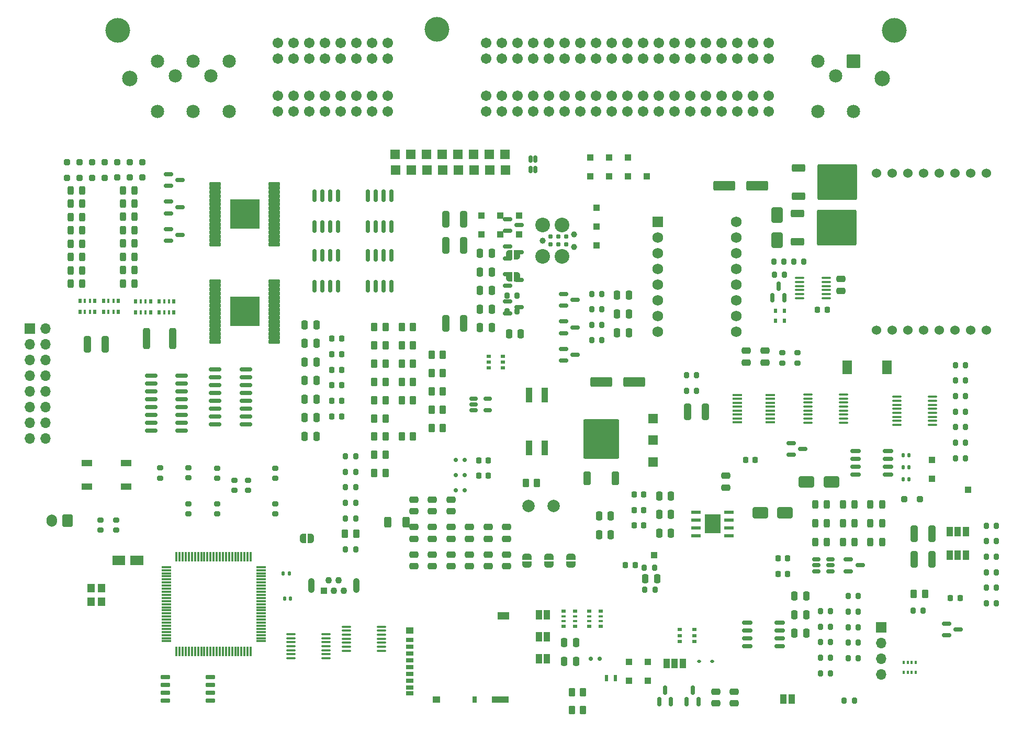
<source format=gbr>
%TF.GenerationSoftware,KiCad,Pcbnew,7.0.8-1.fc38*%
%TF.CreationDate,2023-10-16T01:27:14-03:00*%
%TF.ProjectId,OpenEFI_rev4,4f70656e-4546-4495-9f72-6576342e6b69,v4*%
%TF.SameCoordinates,Original*%
%TF.FileFunction,Soldermask,Top*%
%TF.FilePolarity,Negative*%
%FSLAX46Y46*%
G04 Gerber Fmt 4.6, Leading zero omitted, Abs format (unit mm)*
G04 Created by KiCad (PCBNEW 7.0.8-1.fc38) date 2023-10-16 01:27:14*
%MOMM*%
%LPD*%
G01*
G04 APERTURE LIST*
G04 Aperture macros list*
%AMRoundRect*
0 Rectangle with rounded corners*
0 $1 Rounding radius*
0 $2 $3 $4 $5 $6 $7 $8 $9 X,Y pos of 4 corners*
0 Add a 4 corners polygon primitive as box body*
4,1,4,$2,$3,$4,$5,$6,$7,$8,$9,$2,$3,0*
0 Add four circle primitives for the rounded corners*
1,1,$1+$1,$2,$3*
1,1,$1+$1,$4,$5*
1,1,$1+$1,$6,$7*
1,1,$1+$1,$8,$9*
0 Add four rect primitives between the rounded corners*
20,1,$1+$1,$2,$3,$4,$5,0*
20,1,$1+$1,$4,$5,$6,$7,0*
20,1,$1+$1,$6,$7,$8,$9,0*
20,1,$1+$1,$8,$9,$2,$3,0*%
%AMFreePoly0*
4,1,19,0.500000,-0.750000,0.000000,-0.750000,0.000000,-0.744911,-0.071157,-0.744911,-0.207708,-0.704816,-0.327430,-0.627875,-0.420627,-0.520320,-0.479746,-0.390866,-0.500000,-0.250000,-0.500000,0.250000,-0.479746,0.390866,-0.420627,0.520320,-0.327430,0.627875,-0.207708,0.704816,-0.071157,0.744911,0.000000,0.744911,0.000000,0.750000,0.500000,0.750000,0.500000,-0.750000,0.500000,-0.750000,
$1*%
%AMFreePoly1*
4,1,19,0.000000,0.744911,0.071157,0.744911,0.207708,0.704816,0.327430,0.627875,0.420627,0.520320,0.479746,0.390866,0.500000,0.250000,0.500000,-0.250000,0.479746,-0.390866,0.420627,-0.520320,0.327430,-0.627875,0.207708,-0.704816,0.071157,-0.744911,0.000000,-0.744911,0.000000,-0.750000,-0.500000,-0.750000,-0.500000,0.750000,0.000000,0.750000,0.000000,0.744911,0.000000,0.744911,
$1*%
%AMFreePoly2*
4,1,6,1.000000,0.000000,0.500000,-0.750000,-0.500000,-0.750000,-0.500000,0.750000,0.500000,0.750000,1.000000,0.000000,1.000000,0.000000,$1*%
G04 Aperture macros list end*
%ADD10R,0.700000X0.510000*%
%ADD11R,1.500000X2.200000*%
%ADD12RoundRect,0.250000X0.350000X-0.850000X0.350000X0.850000X-0.350000X0.850000X-0.350000X-0.850000X0*%
%ADD13RoundRect,0.249997X2.650003X-2.950003X2.650003X2.950003X-2.650003X2.950003X-2.650003X-2.950003X0*%
%ADD14R,1.550000X0.600000*%
%ADD15R,2.600000X3.100000*%
%ADD16RoundRect,0.200000X0.275000X-0.200000X0.275000X0.200000X-0.275000X0.200000X-0.275000X-0.200000X0*%
%ADD17RoundRect,0.250000X-1.000000X-0.650000X1.000000X-0.650000X1.000000X0.650000X-1.000000X0.650000X0*%
%ADD18RoundRect,0.250000X0.475000X-0.250000X0.475000X0.250000X-0.475000X0.250000X-0.475000X-0.250000X0*%
%ADD19RoundRect,0.250000X-1.500000X-0.550000X1.500000X-0.550000X1.500000X0.550000X-1.500000X0.550000X0*%
%ADD20RoundRect,0.225000X-0.225000X-0.250000X0.225000X-0.250000X0.225000X0.250000X-0.225000X0.250000X0*%
%ADD21RoundRect,0.243750X-0.243750X-0.456250X0.243750X-0.456250X0.243750X0.456250X-0.243750X0.456250X0*%
%ADD22RoundRect,0.250000X-0.262500X-0.450000X0.262500X-0.450000X0.262500X0.450000X-0.262500X0.450000X0*%
%ADD23RoundRect,0.150000X0.150000X-0.825000X0.150000X0.825000X-0.150000X0.825000X-0.150000X-0.825000X0*%
%ADD24RoundRect,0.200000X-0.200000X-0.275000X0.200000X-0.275000X0.200000X0.275000X-0.200000X0.275000X0*%
%ADD25R,0.600000X0.700000*%
%ADD26RoundRect,0.250000X-0.250000X0.250000X-0.250000X-0.250000X0.250000X-0.250000X0.250000X0.250000X0*%
%ADD27R,1.700000X1.700000*%
%ADD28O,1.700000X1.700000*%
%ADD29RoundRect,0.140000X-0.140000X-0.170000X0.140000X-0.170000X0.140000X0.170000X-0.140000X0.170000X0*%
%ADD30RoundRect,0.250000X-0.650000X1.000000X-0.650000X-1.000000X0.650000X-1.000000X0.650000X1.000000X0*%
%ADD31R,1.500000X1.500000*%
%ADD32RoundRect,0.150000X-0.587500X-0.150000X0.587500X-0.150000X0.587500X0.150000X-0.587500X0.150000X0*%
%ADD33RoundRect,0.250000X-0.312500X-1.075000X0.312500X-1.075000X0.312500X1.075000X-0.312500X1.075000X0*%
%ADD34RoundRect,0.150000X0.150000X-0.587500X0.150000X0.587500X-0.150000X0.587500X-0.150000X-0.587500X0*%
%ADD35RoundRect,0.250000X-0.850000X-0.350000X0.850000X-0.350000X0.850000X0.350000X-0.850000X0.350000X0*%
%ADD36RoundRect,0.249997X-2.950003X-2.650003X2.950003X-2.650003X2.950003X2.650003X-2.950003X2.650003X0*%
%ADD37R,1.000000X1.000000*%
%ADD38RoundRect,0.250000X-0.250000X-0.475000X0.250000X-0.475000X0.250000X0.475000X-0.250000X0.475000X0*%
%ADD39FreePoly0,90.000000*%
%ADD40FreePoly1,90.000000*%
%ADD41RoundRect,0.150000X0.150000X0.200000X-0.150000X0.200000X-0.150000X-0.200000X0.150000X-0.200000X0*%
%ADD42R,0.500000X0.800000*%
%ADD43R,0.400000X0.800000*%
%ADD44R,1.600000X0.410000*%
%ADD45C,4.000000*%
%ADD46C,2.500000*%
%ADD47RoundRect,0.102000X0.975000X0.975000X-0.975000X0.975000X-0.975000X-0.975000X0.975000X-0.975000X0*%
%ADD48C,2.154000*%
%ADD49C,1.712000*%
%ADD50R,1.100000X1.100000*%
%ADD51C,1.100000*%
%ADD52O,1.100000X2.400000*%
%ADD53R,1.000000X1.500000*%
%ADD54R,0.800000X0.500000*%
%ADD55R,0.800000X0.400000*%
%ADD56R,1.120000X2.440000*%
%ADD57RoundRect,0.100000X-0.625000X-0.100000X0.625000X-0.100000X0.625000X0.100000X-0.625000X0.100000X0*%
%ADD58C,2.000000*%
%ADD59R,0.350000X0.500000*%
%ADD60RoundRect,0.100000X-0.637500X-0.100000X0.637500X-0.100000X0.637500X0.100000X-0.637500X0.100000X0*%
%ADD61FreePoly0,0.000000*%
%ADD62FreePoly1,0.000000*%
%ADD63RoundRect,0.250000X0.600000X0.750000X-0.600000X0.750000X-0.600000X-0.750000X0.600000X-0.750000X0*%
%ADD64O,1.700000X2.000000*%
%ADD65RoundRect,0.250000X-0.312500X-0.625000X0.312500X-0.625000X0.312500X0.625000X-0.312500X0.625000X0*%
%ADD66R,1.200000X1.400000*%
%ADD67RoundRect,0.075000X-0.725000X-0.075000X0.725000X-0.075000X0.725000X0.075000X-0.725000X0.075000X0*%
%ADD68RoundRect,0.075000X-0.075000X-0.725000X0.075000X-0.725000X0.075000X0.725000X-0.075000X0.725000X0*%
%ADD69C,1.524000*%
%ADD70RoundRect,0.225000X0.225000X0.250000X-0.225000X0.250000X-0.225000X-0.250000X0.225000X-0.250000X0*%
%ADD71RoundRect,0.250000X-0.312500X-1.450000X0.312500X-1.450000X0.312500X1.450000X-0.312500X1.450000X0*%
%ADD72RoundRect,0.102000X-0.800000X-0.240000X0.800000X-0.240000X0.800000X0.240000X-0.800000X0.240000X0*%
%ADD73RoundRect,0.102000X-2.300000X-2.300000X2.300000X-2.300000X2.300000X2.300000X-2.300000X2.300000X0*%
%ADD74RoundRect,0.150000X-0.850000X-0.150000X0.850000X-0.150000X0.850000X0.150000X-0.850000X0.150000X0*%
%ADD75RoundRect,0.200000X-0.275000X0.200000X-0.275000X-0.200000X0.275000X-0.200000X0.275000X0.200000X0*%
%ADD76R,0.600000X1.100000*%
%ADD77RoundRect,0.200000X0.200000X0.275000X-0.200000X0.275000X-0.200000X-0.275000X0.200000X-0.275000X0*%
%ADD78RoundRect,0.250000X-0.250000X-0.250000X0.250000X-0.250000X0.250000X0.250000X-0.250000X0.250000X0*%
%ADD79RoundRect,0.112500X-0.187500X-0.112500X0.187500X-0.112500X0.187500X0.112500X-0.187500X0.112500X0*%
%ADD80R,1.200000X0.700000*%
%ADD81R,0.800000X1.000000*%
%ADD82R,1.200000X1.000000*%
%ADD83R,2.800000X1.000000*%
%ADD84R,1.900000X1.300000*%
%ADD85RoundRect,0.150000X-0.512500X-0.150000X0.512500X-0.150000X0.512500X0.150000X-0.512500X0.150000X0*%
%ADD86RoundRect,0.102000X-0.765000X-0.765000X0.765000X-0.765000X0.765000X0.765000X-0.765000X0.765000X0*%
%ADD87C,1.734000*%
%ADD88RoundRect,0.150000X-0.675000X-0.150000X0.675000X-0.150000X0.675000X0.150000X-0.675000X0.150000X0*%
%ADD89RoundRect,0.102000X0.200000X-0.450000X0.200000X0.450000X-0.200000X0.450000X-0.200000X-0.450000X0*%
%ADD90FreePoly2,0.000000*%
%ADD91FreePoly2,180.000000*%
%ADD92R,1.700000X1.000000*%
%ADD93C,2.374900*%
%ADD94C,0.990600*%
%ADD95C,0.787400*%
%ADD96RoundRect,0.250000X-0.475000X0.250000X-0.475000X-0.250000X0.475000X-0.250000X0.475000X0.250000X0*%
%ADD97RoundRect,0.150000X-0.650000X-0.150000X0.650000X-0.150000X0.650000X0.150000X-0.650000X0.150000X0*%
%ADD98RoundRect,0.150000X-0.825000X-0.150000X0.825000X-0.150000X0.825000X0.150000X-0.825000X0.150000X0*%
G04 APERTURE END LIST*
D10*
%TO.C,Q20*%
X128998000Y-100766800D03*
X128998000Y-101716800D03*
X128998000Y-102666800D03*
X131318000Y-102666800D03*
X131318000Y-101716800D03*
X131318000Y-100766800D03*
%TD*%
D11*
%TO.C,L1*%
X186993300Y-102567600D03*
X193393300Y-102567600D03*
%TD*%
D12*
%TO.C,U17*%
X144885700Y-120460000D03*
X149445700Y-120460000D03*
D13*
X147165700Y-114160000D03*
%TD*%
D14*
%TO.C,U16*%
X162499700Y-125961000D03*
X162499700Y-127231000D03*
X162499700Y-128501000D03*
X162499700Y-129771000D03*
X167899700Y-129771000D03*
X167899700Y-128501000D03*
X167899700Y-127231000D03*
X167899700Y-125961000D03*
D15*
X165199700Y-127866000D03*
%TD*%
D16*
%TO.C,R70*%
X178966500Y-101868600D03*
X178966500Y-100218600D03*
%TD*%
%TO.C,R68*%
X176456500Y-101868600D03*
X176456500Y-100218600D03*
%TD*%
D10*
%TO.C,Q10*%
X159924900Y-145000800D03*
X159924900Y-145950800D03*
X159924900Y-146900800D03*
X162244900Y-146900800D03*
X162244900Y-145950800D03*
X162244900Y-145000800D03*
%TD*%
D17*
%TO.C,D26*%
X172902500Y-126088000D03*
X176902500Y-126088000D03*
%TD*%
D18*
%TO.C,C64*%
X173696500Y-101773600D03*
X173696500Y-99873600D03*
%TD*%
D19*
%TO.C,C63*%
X147158100Y-104955200D03*
X152558100Y-104955200D03*
%TD*%
D18*
%TO.C,C62*%
X170686500Y-101773600D03*
X170686500Y-99873600D03*
%TD*%
D20*
%TO.C,C46*%
X152523900Y-125630000D03*
X154073900Y-125630000D03*
%TD*%
D19*
%TO.C,C42*%
X167071700Y-73205200D03*
X172471700Y-73205200D03*
%TD*%
D21*
%TO.C,D16*%
X69825000Y-76050000D03*
X71700000Y-76050000D03*
%TD*%
D22*
%TO.C,R67*%
X114900000Y-107865200D03*
X116725000Y-107865200D03*
%TD*%
D23*
%TO.C,U29*%
X109446700Y-79744200D03*
X110716700Y-79744200D03*
X111986700Y-79744200D03*
X113256700Y-79744200D03*
X113256700Y-74794200D03*
X111986700Y-74794200D03*
X110716700Y-74794200D03*
X109446700Y-74794200D03*
%TD*%
D22*
%TO.C,R61*%
X114900000Y-96065200D03*
X116725000Y-96065200D03*
%TD*%
D24*
%TO.C,R20*%
X160983900Y-103860400D03*
X162633900Y-103860400D03*
%TD*%
%TO.C,R12*%
X187133100Y-144588400D03*
X188783100Y-144588400D03*
%TD*%
D25*
%TO.C,D2*%
X175417700Y-93398200D03*
X176817700Y-93398200D03*
%TD*%
D26*
%TO.C,D64*%
X72932400Y-69339000D03*
X72932400Y-71839000D03*
%TD*%
D21*
%TO.C,D63*%
X61326900Y-76050000D03*
X63201900Y-76050000D03*
%TD*%
D27*
%TO.C,J4*%
X54709700Y-96319200D03*
D28*
X57249700Y-96319200D03*
X54709700Y-98859200D03*
X57249700Y-98859200D03*
X54709700Y-101399200D03*
X57249700Y-101399200D03*
X54709700Y-103939200D03*
X57249700Y-103939200D03*
X54709700Y-106479200D03*
X57249700Y-106479200D03*
X54709700Y-109019200D03*
X57249700Y-109019200D03*
X54709700Y-111559200D03*
X57249700Y-111559200D03*
X54709700Y-114099200D03*
X57249700Y-114099200D03*
%TD*%
D16*
%TO.C,R4*%
X80415700Y-126281200D03*
X80415700Y-124631200D03*
%TD*%
D21*
%TO.C,D73*%
X61356900Y-86845000D03*
X63231900Y-86845000D03*
%TD*%
D29*
%TO.C,C27*%
X95756100Y-135892400D03*
X96716100Y-135892400D03*
%TD*%
D24*
%TO.C,R37*%
X204506700Y-109718800D03*
X206156700Y-109718800D03*
%TD*%
D30*
%TO.C,D4*%
X175613700Y-77936200D03*
X175613700Y-81936200D03*
%TD*%
D20*
%TO.C,C61*%
X127391500Y-120093600D03*
X128941500Y-120093600D03*
%TD*%
D24*
%TO.C,R8*%
X204506700Y-102188800D03*
X206156700Y-102188800D03*
%TD*%
D31*
%TO.C,TP33*%
X116391700Y-68125200D03*
%TD*%
D32*
%TO.C,Q14*%
X77140200Y-71280000D03*
X77140200Y-73180000D03*
X79015200Y-72230000D03*
%TD*%
D24*
%TO.C,R77*%
X209485100Y-138210800D03*
X211135100Y-138210800D03*
%TD*%
D33*
%TO.C,R71*%
X197798400Y-129439600D03*
X200723400Y-129439600D03*
%TD*%
D24*
%TO.C,R80*%
X145666700Y-93168800D03*
X147316700Y-93168800D03*
%TD*%
D22*
%TO.C,R58*%
X105716700Y-129491600D03*
X107541700Y-129491600D03*
%TD*%
D26*
%TO.C,D74*%
X62772400Y-69364400D03*
X62772400Y-71864400D03*
%TD*%
D22*
%TO.C,R52*%
X119735600Y-112342000D03*
X121560600Y-112342000D03*
%TD*%
D16*
%TO.C,R27*%
X85015700Y-120506200D03*
X85015700Y-118856200D03*
%TD*%
D34*
%TO.C,Q5*%
X174917700Y-91287700D03*
X176817700Y-91287700D03*
X175867700Y-89412700D03*
%TD*%
D21*
%TO.C,D8*%
X186303400Y-127794600D03*
X188178400Y-127794600D03*
%TD*%
%TO.C,D7*%
X186303400Y-124754600D03*
X188178400Y-124754600D03*
%TD*%
D22*
%TO.C,R47*%
X110490000Y-110815200D03*
X112315000Y-110815200D03*
%TD*%
D35*
%TO.C,Q7*%
X178990700Y-77657200D03*
D36*
X185290700Y-79937200D03*
D35*
X178990700Y-82217200D03*
%TD*%
D24*
%TO.C,R60*%
X204506700Y-117248800D03*
X206156700Y-117248800D03*
%TD*%
D31*
%TO.C,TP27*%
X124011700Y-68125200D03*
%TD*%
D22*
%TO.C,R44*%
X110490000Y-107865200D03*
X112315000Y-107865200D03*
%TD*%
D24*
%TO.C,R56*%
X209485100Y-130680800D03*
X211135100Y-130680800D03*
%TD*%
D37*
%TO.C,TP5*%
X130872900Y-78010000D03*
%TD*%
D18*
%TO.C,C16*%
X119868900Y-125860400D03*
X119868900Y-123960400D03*
%TD*%
D16*
%TO.C,R24*%
X87815700Y-122481200D03*
X87815700Y-120831200D03*
%TD*%
D24*
%TO.C,R74*%
X182662700Y-152046800D03*
X184312700Y-152046800D03*
%TD*%
D35*
%TO.C,Q6*%
X179082700Y-70290200D03*
D36*
X185382700Y-72570200D03*
D35*
X179082700Y-74850200D03*
%TD*%
D38*
%TO.C,C52*%
X127572900Y-84090000D03*
X129472900Y-84090000D03*
%TD*%
D37*
%TO.C,TP9*%
X151687100Y-150217200D03*
%TD*%
D24*
%TO.C,R59*%
X105804200Y-132001600D03*
X107454200Y-132001600D03*
%TD*%
D20*
%TO.C,C23*%
X103630700Y-97918800D03*
X105180700Y-97918800D03*
%TD*%
D31*
%TO.C,TP69*%
X118971700Y-70665200D03*
%TD*%
D20*
%TO.C,C33*%
X182204700Y-93271200D03*
X183754700Y-93271200D03*
%TD*%
D21*
%TO.C,D19*%
X69825000Y-82501600D03*
X71700000Y-82501600D03*
%TD*%
D31*
%TO.C,TP73*%
X129131700Y-70665200D03*
%TD*%
D39*
%TO.C,JP1*%
X135188900Y-134510400D03*
D40*
X135188900Y-133210400D03*
%TD*%
D41*
%TO.C,D25*%
X123691500Y-122453600D03*
X125091500Y-122453600D03*
%TD*%
D37*
%TO.C,TP20*%
X146403700Y-76761200D03*
%TD*%
D31*
%TO.C,TP24*%
X129091700Y-68125200D03*
%TD*%
D27*
%TO.C,J7*%
X192479300Y-144640000D03*
D28*
X192479300Y-147180000D03*
X192479300Y-149720000D03*
X192479300Y-152260000D03*
%TD*%
D42*
%TO.C,RN2*%
X65242400Y-91798000D03*
D43*
X64442400Y-91798000D03*
X63642400Y-91798000D03*
D42*
X62842400Y-91798000D03*
X62842400Y-93598000D03*
D43*
X63642400Y-93598000D03*
X64442400Y-93598000D03*
D42*
X65242400Y-93598000D03*
%TD*%
D16*
%TO.C,R25*%
X75815700Y-120481200D03*
X75815700Y-118831200D03*
%TD*%
D37*
%TO.C,TP7*%
X133922900Y-78010000D03*
%TD*%
D44*
%TO.C,U36*%
X169200200Y-106999900D03*
X169200200Y-107634900D03*
X169200200Y-108269900D03*
X169200200Y-108904900D03*
X169200200Y-109539900D03*
X169200200Y-110174900D03*
X169200200Y-110809900D03*
X169200200Y-111444900D03*
X174508800Y-111444900D03*
X174508800Y-110809900D03*
X174508800Y-110174900D03*
X174508800Y-109539900D03*
X174508800Y-108904900D03*
X174508800Y-108269900D03*
X174508800Y-107634900D03*
X174508800Y-106999900D03*
%TD*%
D22*
%TO.C,R66*%
X114900000Y-104915200D03*
X116725000Y-104915200D03*
%TD*%
D37*
%TO.C,TP21*%
X151485700Y-68633200D03*
%TD*%
D42*
%TO.C,RN3*%
X78064700Y-91874200D03*
D43*
X77264700Y-91874200D03*
X76464700Y-91874200D03*
D42*
X75664700Y-91874200D03*
X75664700Y-93674200D03*
D43*
X76464700Y-93674200D03*
X77264700Y-93674200D03*
D42*
X78064700Y-93674200D03*
%TD*%
D16*
%TO.C,R64*%
X66169700Y-128894200D03*
X66169700Y-127244200D03*
%TD*%
D37*
%TO.C,TP30*%
X154737100Y-153267200D03*
%TD*%
D32*
%TO.C,Q9*%
X132060200Y-83000400D03*
X132060200Y-84900400D03*
X133935200Y-83950400D03*
%TD*%
D26*
%TO.C,D72*%
X64804400Y-69364400D03*
X64804400Y-71864400D03*
%TD*%
D45*
%TO.C,J6*%
X194626500Y-48035600D03*
D46*
X192676500Y-55835600D03*
D45*
X120576500Y-47885600D03*
D46*
X70876500Y-55835600D03*
D45*
X68926500Y-48035600D03*
D47*
X188026500Y-53035600D03*
D48*
X182226500Y-53035600D03*
X185126500Y-55365600D03*
X188026500Y-61165600D03*
X182226500Y-61165600D03*
D49*
X128596500Y-61165600D03*
X131136500Y-61165600D03*
X133676500Y-61165600D03*
X136216500Y-61165600D03*
X138756500Y-61165600D03*
X141296500Y-61165600D03*
X143836500Y-61165600D03*
X146376500Y-61165600D03*
X148916500Y-61165600D03*
X151456500Y-61165600D03*
X153996500Y-61165600D03*
X156536500Y-61165600D03*
X159076500Y-61165600D03*
X161616500Y-61165600D03*
X164156500Y-61165600D03*
X166696500Y-61165600D03*
X169236500Y-61165600D03*
X171776500Y-61165600D03*
X174316500Y-61165600D03*
X128596500Y-58625600D03*
X131136500Y-58625600D03*
X133676500Y-58625600D03*
X136216500Y-58625600D03*
X138756500Y-58625600D03*
X141296500Y-58625600D03*
X143836500Y-58625600D03*
X146376500Y-58625600D03*
X148916500Y-58625600D03*
X151456500Y-58625600D03*
X153996500Y-58625600D03*
X156536500Y-58625600D03*
X159076500Y-58625600D03*
X161616500Y-58625600D03*
X164156500Y-58625600D03*
X166696500Y-58625600D03*
X169236500Y-58625600D03*
X171776500Y-58625600D03*
X174316500Y-58625600D03*
X128596500Y-52575600D03*
X131136500Y-52575600D03*
X133676500Y-52575600D03*
X136216500Y-52575600D03*
X138756500Y-52575600D03*
X141296500Y-52575600D03*
X143836500Y-52575600D03*
X146376500Y-52575600D03*
X148916500Y-52575600D03*
X151456500Y-52575600D03*
X153996500Y-52575600D03*
X156536500Y-52575600D03*
X159076500Y-52575600D03*
X161616500Y-52575600D03*
X164156500Y-52575600D03*
X166696500Y-52575600D03*
X169236500Y-52575600D03*
X171776500Y-52575600D03*
X174316500Y-52575600D03*
X128596500Y-50035600D03*
X131136500Y-50035600D03*
X133676500Y-50035600D03*
X136216500Y-50035600D03*
X138756500Y-50035600D03*
X141296500Y-50035600D03*
X143836500Y-50035600D03*
X146376500Y-50035600D03*
X148916500Y-50035600D03*
X151456500Y-50035600D03*
X153996500Y-50035600D03*
X156536500Y-50035600D03*
X159076500Y-50035600D03*
X161616500Y-50035600D03*
X164156500Y-50035600D03*
X166696500Y-50035600D03*
X169236500Y-50035600D03*
X171776500Y-50035600D03*
X174316500Y-50035600D03*
X112656500Y-50035600D03*
X110116500Y-50035600D03*
X107576500Y-50035600D03*
X105036500Y-50035600D03*
X102496500Y-50035600D03*
X99956500Y-50035600D03*
X97416500Y-50035600D03*
X94876500Y-50035600D03*
X112656500Y-52575600D03*
X110116500Y-52575600D03*
X107576500Y-52575600D03*
X105036500Y-52575600D03*
X102496500Y-52575600D03*
X99956500Y-52575600D03*
X97416500Y-52575600D03*
X94876500Y-52575600D03*
X112656500Y-58625600D03*
X110116500Y-58625600D03*
X107576500Y-58625600D03*
X105036500Y-58625600D03*
X102496500Y-58625600D03*
X99956500Y-58625600D03*
X97416500Y-58625600D03*
X94876500Y-58625600D03*
X112656500Y-61165600D03*
X110116500Y-61165600D03*
X107576500Y-61165600D03*
X105036500Y-61165600D03*
X102496500Y-61165600D03*
X99956500Y-61165600D03*
X97416500Y-61165600D03*
X94876500Y-61165600D03*
D48*
X86976500Y-53035600D03*
X81176500Y-53035600D03*
X75376500Y-53035600D03*
X84076500Y-55365600D03*
X78276500Y-55365600D03*
X86976500Y-61165600D03*
X81176500Y-61165600D03*
X75376500Y-61165600D03*
%TD*%
D50*
%TO.C,J1*%
X102309700Y-138737200D03*
D51*
X103109700Y-136987200D03*
X103909700Y-138737200D03*
X104709700Y-136987200D03*
X105509700Y-138737200D03*
D52*
X100259700Y-137862200D03*
X107559700Y-137862200D03*
%TD*%
D18*
%TO.C,C47*%
X168718900Y-156925200D03*
X168718900Y-155025200D03*
%TD*%
D31*
%TO.C,TP70*%
X121511700Y-70665200D03*
%TD*%
D53*
%TO.C,JP10*%
X137125700Y-142621200D03*
X138425700Y-142621200D03*
%TD*%
D34*
%TO.C,Q17*%
X156578900Y-156692700D03*
X158478900Y-156692700D03*
X157528900Y-154817700D03*
%TD*%
D54*
%TO.C,RN5*%
X141125700Y-142021200D03*
D55*
X141125700Y-142821200D03*
X141125700Y-143621200D03*
D54*
X141125700Y-144421200D03*
X142925700Y-144421200D03*
D55*
X142925700Y-143621200D03*
X142925700Y-142821200D03*
D54*
X142925700Y-142021200D03*
%TD*%
D56*
%TO.C,SW4*%
X138021700Y-107000200D03*
X135481700Y-107000200D03*
X135481700Y-115610200D03*
X138021700Y-115610200D03*
%TD*%
D24*
%TO.C,R31*%
X105804200Y-119451600D03*
X107454200Y-119451600D03*
%TD*%
%TO.C,R9*%
X187133100Y-142078400D03*
X188783100Y-142078400D03*
%TD*%
D57*
%TO.C,U6*%
X179305700Y-88090200D03*
X179305700Y-88740200D03*
X179305700Y-89390200D03*
X179305700Y-90040200D03*
X179305700Y-90690200D03*
X179305700Y-91340200D03*
X183605700Y-91340200D03*
X183605700Y-90690200D03*
X183605700Y-90040200D03*
X183605700Y-89390200D03*
X183605700Y-88740200D03*
X183605700Y-88090200D03*
%TD*%
D54*
%TO.C,RN6*%
X145275700Y-142021200D03*
D55*
X145275700Y-142821200D03*
X145275700Y-143621200D03*
D54*
X145275700Y-144421200D03*
X147075700Y-144421200D03*
D55*
X147075700Y-143621200D03*
X147075700Y-142821200D03*
D54*
X147075700Y-142021200D03*
%TD*%
D21*
%TO.C,D67*%
X61356900Y-80368000D03*
X63231900Y-80368000D03*
%TD*%
D24*
%TO.C,R82*%
X145666700Y-98188800D03*
X147316700Y-98188800D03*
%TD*%
D58*
%TO.C,TP1*%
X135438900Y-125010400D03*
%TD*%
D32*
%TO.C,Q3*%
X141104200Y-95128800D03*
X141104200Y-97028800D03*
X142979200Y-96078800D03*
%TD*%
D21*
%TO.C,D6*%
X181853400Y-130834600D03*
X183728400Y-130834600D03*
%TD*%
D31*
%TO.C,TP71*%
X124051700Y-70665200D03*
%TD*%
D59*
%TO.C,U8*%
X196127100Y-150332400D03*
X196777100Y-150332400D03*
X197427100Y-150332400D03*
X198077100Y-150332400D03*
X198077100Y-151932400D03*
X197427100Y-151932400D03*
X196777100Y-151932400D03*
X196127100Y-151932400D03*
%TD*%
D22*
%TO.C,R62*%
X114900000Y-99015200D03*
X116725000Y-99015200D03*
%TD*%
D32*
%TO.C,Q13*%
X179802400Y-115775600D03*
X177927400Y-116725600D03*
X177927400Y-114825600D03*
%TD*%
D20*
%TO.C,C49*%
X152523900Y-128140000D03*
X154073900Y-128140000D03*
%TD*%
%TO.C,C20*%
X170571500Y-117553600D03*
X172121500Y-117553600D03*
%TD*%
D22*
%TO.C,R84*%
X142443200Y-158041200D03*
X144268200Y-158041200D03*
%TD*%
D38*
%TO.C,C66*%
X178473700Y-139575200D03*
X180373700Y-139575200D03*
%TD*%
D31*
%TO.C,TP68*%
X116431700Y-70665200D03*
%TD*%
D21*
%TO.C,D12*%
X190753400Y-127794600D03*
X192628400Y-127794600D03*
%TD*%
D32*
%TO.C,Q4*%
X141104200Y-99578800D03*
X141104200Y-101478800D03*
X142979200Y-100528800D03*
%TD*%
D24*
%TO.C,R15*%
X187133100Y-147098400D03*
X188783100Y-147098400D03*
%TD*%
D21*
%TO.C,D1*%
X181853400Y-124754600D03*
X183728400Y-124754600D03*
%TD*%
D20*
%TO.C,C35*%
X103630700Y-102938800D03*
X105180700Y-102938800D03*
%TD*%
D41*
%TO.C,D14*%
X145520700Y-149671200D03*
X146920700Y-149671200D03*
%TD*%
D20*
%TO.C,C71*%
X175803900Y-135994000D03*
X177353900Y-135994000D03*
%TD*%
D16*
%TO.C,R26*%
X80415700Y-120456200D03*
X80415700Y-118806200D03*
%TD*%
D23*
%TO.C,U21*%
X100810700Y-79744200D03*
X102080700Y-79744200D03*
X103350700Y-79744200D03*
X104620700Y-79744200D03*
X104620700Y-74794200D03*
X103350700Y-74794200D03*
X102080700Y-74794200D03*
X100810700Y-74794200D03*
%TD*%
D24*
%TO.C,R73*%
X197635900Y-141959600D03*
X199285900Y-141959600D03*
%TD*%
%TO.C,R32*%
X105804200Y-121961600D03*
X107454200Y-121961600D03*
%TD*%
%TO.C,R11*%
X204506700Y-104698800D03*
X206156700Y-104698800D03*
%TD*%
%TO.C,R33*%
X160983900Y-106370400D03*
X162633900Y-106370400D03*
%TD*%
D22*
%TO.C,R48*%
X110490000Y-113765200D03*
X112315000Y-113765200D03*
%TD*%
%TO.C,R13*%
X110490000Y-101965200D03*
X112315000Y-101965200D03*
%TD*%
D24*
%TO.C,R42*%
X204506700Y-114738800D03*
X206156700Y-114738800D03*
%TD*%
D16*
%TO.C,R65*%
X68679700Y-128894200D03*
X68679700Y-127244200D03*
%TD*%
D24*
%TO.C,R6*%
X187133100Y-139568400D03*
X188783100Y-139568400D03*
%TD*%
%TO.C,R14*%
X204506700Y-107208800D03*
X206156700Y-107208800D03*
%TD*%
D38*
%TO.C,C74*%
X146831900Y-129609250D03*
X148731900Y-129609250D03*
%TD*%
%TO.C,C34*%
X99225700Y-104688800D03*
X101125700Y-104688800D03*
%TD*%
D60*
%TO.C,U9*%
X105949200Y-144508800D03*
X105949200Y-145158800D03*
X105949200Y-145808800D03*
X105949200Y-146458800D03*
X105949200Y-147108800D03*
X105949200Y-147758800D03*
X105949200Y-148408800D03*
X111674200Y-148408800D03*
X111674200Y-147758800D03*
X111674200Y-147108800D03*
X111674200Y-146458800D03*
X111674200Y-145808800D03*
X111674200Y-145158800D03*
X111674200Y-144508800D03*
%TD*%
D29*
%TO.C,C40*%
X196012500Y-116763200D03*
X196972500Y-116763200D03*
%TD*%
D24*
%TO.C,R43*%
X182662700Y-144516800D03*
X184312700Y-144516800D03*
%TD*%
D21*
%TO.C,D9*%
X186303400Y-130834600D03*
X188178400Y-130834600D03*
%TD*%
D31*
%TO.C,TP36*%
X155547700Y-114359200D03*
%TD*%
D22*
%TO.C,R17*%
X197748400Y-139229600D03*
X199573400Y-139229600D03*
%TD*%
D31*
%TO.C,TP34*%
X113851700Y-68125200D03*
%TD*%
D22*
%TO.C,R53*%
X134975600Y-121262000D03*
X136800600Y-121262000D03*
%TD*%
D37*
%TO.C,TP17*%
X145385700Y-68633200D03*
%TD*%
D53*
%TO.C,JP12*%
X137125700Y-149721200D03*
X138425700Y-149721200D03*
%TD*%
%TO.C,JP5*%
X157787100Y-150467200D03*
X159087100Y-150467200D03*
X160387100Y-150467200D03*
%TD*%
D42*
%TO.C,RN1*%
X69052400Y-91798000D03*
D43*
X68252400Y-91798000D03*
X67452400Y-91798000D03*
D42*
X66652400Y-91798000D03*
X66652400Y-93598000D03*
D43*
X67452400Y-93598000D03*
X68252400Y-93598000D03*
D42*
X69052400Y-93598000D03*
%TD*%
D38*
%TO.C,C18*%
X99225700Y-95658800D03*
X101125700Y-95658800D03*
%TD*%
%TO.C,C68*%
X178473700Y-142585200D03*
X180373700Y-142585200D03*
%TD*%
D61*
%TO.C,JP23*%
X132272900Y-84360000D03*
D62*
X133572900Y-84360000D03*
%TD*%
D21*
%TO.C,D22*%
X69825000Y-89004000D03*
X71700000Y-89004000D03*
%TD*%
D37*
%TO.C,TP16*%
X154535700Y-71683200D03*
%TD*%
D38*
%TO.C,C70*%
X178473700Y-145595200D03*
X180373700Y-145595200D03*
%TD*%
D37*
%TO.C,TP12*%
X148435700Y-71683200D03*
%TD*%
D63*
%TO.C,BT1*%
X60816500Y-127358000D03*
D64*
X58316500Y-127358000D03*
%TD*%
D37*
%TO.C,TP11*%
X145385700Y-71683200D03*
%TD*%
D65*
%TO.C,R1*%
X112663800Y-127614000D03*
X115588800Y-127614000D03*
%TD*%
D24*
%TO.C,R45*%
X209485100Y-128170800D03*
X211135100Y-128170800D03*
%TD*%
%TO.C,R75*%
X209485100Y-133190800D03*
X211135100Y-133190800D03*
%TD*%
D37*
%TO.C,TP8*%
X133922900Y-81060000D03*
%TD*%
D66*
%TO.C,Y1*%
X66366500Y-140480000D03*
X66366500Y-138280000D03*
X64666500Y-138280000D03*
X64666500Y-140480000D03*
%TD*%
D38*
%TO.C,C56*%
X127572900Y-96130000D03*
X129472900Y-96130000D03*
%TD*%
D67*
%TO.C,U3*%
X76803500Y-134870800D03*
X76803500Y-135370800D03*
X76803500Y-135870800D03*
X76803500Y-136370800D03*
X76803500Y-136870800D03*
X76803500Y-137370800D03*
X76803500Y-137870800D03*
X76803500Y-138370800D03*
X76803500Y-138870800D03*
X76803500Y-139370800D03*
X76803500Y-139870800D03*
X76803500Y-140370800D03*
X76803500Y-140870800D03*
X76803500Y-141370800D03*
X76803500Y-141870800D03*
X76803500Y-142370800D03*
X76803500Y-142870800D03*
X76803500Y-143370800D03*
X76803500Y-143870800D03*
X76803500Y-144370800D03*
X76803500Y-144870800D03*
X76803500Y-145370800D03*
X76803500Y-145870800D03*
X76803500Y-146370800D03*
X76803500Y-146870800D03*
D68*
X78478500Y-148545800D03*
X78978500Y-148545800D03*
X79478500Y-148545800D03*
X79978500Y-148545800D03*
X80478500Y-148545800D03*
X80978500Y-148545800D03*
X81478500Y-148545800D03*
X81978500Y-148545800D03*
X82478500Y-148545800D03*
X82978500Y-148545800D03*
X83478500Y-148545800D03*
X83978500Y-148545800D03*
X84478500Y-148545800D03*
X84978500Y-148545800D03*
X85478500Y-148545800D03*
X85978500Y-148545800D03*
X86478500Y-148545800D03*
X86978500Y-148545800D03*
X87478500Y-148545800D03*
X87978500Y-148545800D03*
X88478500Y-148545800D03*
X88978500Y-148545800D03*
X89478500Y-148545800D03*
X89978500Y-148545800D03*
X90478500Y-148545800D03*
D67*
X92153500Y-146870800D03*
X92153500Y-146370800D03*
X92153500Y-145870800D03*
X92153500Y-145370800D03*
X92153500Y-144870800D03*
X92153500Y-144370800D03*
X92153500Y-143870800D03*
X92153500Y-143370800D03*
X92153500Y-142870800D03*
X92153500Y-142370800D03*
X92153500Y-141870800D03*
X92153500Y-141370800D03*
X92153500Y-140870800D03*
X92153500Y-140370800D03*
X92153500Y-139870800D03*
X92153500Y-139370800D03*
X92153500Y-138870800D03*
X92153500Y-138370800D03*
X92153500Y-137870800D03*
X92153500Y-137370800D03*
X92153500Y-136870800D03*
X92153500Y-136370800D03*
X92153500Y-135870800D03*
X92153500Y-135370800D03*
X92153500Y-134870800D03*
D68*
X90478500Y-133195800D03*
X89978500Y-133195800D03*
X89478500Y-133195800D03*
X88978500Y-133195800D03*
X88478500Y-133195800D03*
X87978500Y-133195800D03*
X87478500Y-133195800D03*
X86978500Y-133195800D03*
X86478500Y-133195800D03*
X85978500Y-133195800D03*
X85478500Y-133195800D03*
X84978500Y-133195800D03*
X84478500Y-133195800D03*
X83978500Y-133195800D03*
X83478500Y-133195800D03*
X82978500Y-133195800D03*
X82478500Y-133195800D03*
X81978500Y-133195800D03*
X81478500Y-133195800D03*
X80978500Y-133195800D03*
X80478500Y-133195800D03*
X79978500Y-133195800D03*
X79478500Y-133195800D03*
X78978500Y-133195800D03*
X78478500Y-133195800D03*
%TD*%
D18*
%TO.C,C3*%
X119868900Y-134760400D03*
X119868900Y-132860400D03*
%TD*%
D31*
%TO.C,TP26*%
X126551700Y-68125200D03*
%TD*%
D58*
%TO.C,TP2*%
X139488900Y-125010400D03*
%TD*%
D33*
%TO.C,R115*%
X66941800Y-98808400D03*
X64016800Y-98808400D03*
%TD*%
D37*
%TO.C,TP19*%
X206550900Y-122328800D03*
%TD*%
D29*
%TO.C,C28*%
X95987300Y-140007200D03*
X96947300Y-140007200D03*
%TD*%
D21*
%TO.C,D75*%
X61356900Y-89004000D03*
X63231900Y-89004000D03*
%TD*%
D69*
%TO.C,U19*%
X209497300Y-71173200D03*
X206957300Y-71173200D03*
X204417300Y-71173200D03*
X201877300Y-71173200D03*
X199337300Y-71173200D03*
X196797300Y-71173200D03*
X194257300Y-71173200D03*
X191717300Y-71173200D03*
X209497300Y-96573200D03*
X206957300Y-96573200D03*
X204417300Y-96573200D03*
X201877300Y-96573200D03*
X199337300Y-96573200D03*
X196797300Y-96573200D03*
X194257300Y-96573200D03*
X191717300Y-96573200D03*
%TD*%
D41*
%TO.C,D24*%
X123691500Y-120003600D03*
X125091500Y-120003600D03*
%TD*%
D18*
%TO.C,C41*%
X165708900Y-156925200D03*
X165708900Y-155025200D03*
%TD*%
D22*
%TO.C,R69*%
X114900000Y-113765200D03*
X116725000Y-113765200D03*
%TD*%
D24*
%TO.C,R22*%
X175128700Y-85460200D03*
X176778700Y-85460200D03*
%TD*%
D61*
%TO.C,JP4*%
X98926500Y-130202800D03*
D62*
X100226500Y-130202800D03*
%TD*%
D22*
%TO.C,R16*%
X110490000Y-104915200D03*
X112315000Y-104915200D03*
%TD*%
D38*
%TO.C,C55*%
X127572900Y-93120000D03*
X129472900Y-93120000D03*
%TD*%
D24*
%TO.C,R122*%
X131927900Y-93450000D03*
X133577900Y-93450000D03*
%TD*%
D18*
%TO.C,C72*%
X167360100Y-122016000D03*
X167360100Y-120116000D03*
%TD*%
D21*
%TO.C,D10*%
X190753400Y-124754600D03*
X192628400Y-124754600D03*
%TD*%
D38*
%TO.C,C54*%
X127572900Y-90110000D03*
X129472900Y-90110000D03*
%TD*%
D18*
%TO.C,C10*%
X119868900Y-130310400D03*
X119868900Y-128410400D03*
%TD*%
D31*
%TO.C,TP22*%
X131631700Y-68125200D03*
%TD*%
D32*
%TO.C,Q2*%
X187203400Y-133629600D03*
X187203400Y-135529600D03*
X189078400Y-134579600D03*
%TD*%
D70*
%TO.C,C4*%
X152661100Y-134575800D03*
X151111100Y-134575800D03*
%TD*%
D24*
%TO.C,R54*%
X182662700Y-149536800D03*
X184312700Y-149536800D03*
%TD*%
D71*
%TO.C,F1*%
X73599500Y-97894000D03*
X77874500Y-97894000D03*
%TD*%
D24*
%TO.C,R79*%
X145666700Y-90658800D03*
X147316700Y-90658800D03*
%TD*%
D31*
%TO.C,TP35*%
X155547700Y-110809200D03*
%TD*%
D38*
%TO.C,C73*%
X146831900Y-126599250D03*
X148731900Y-126599250D03*
%TD*%
D41*
%TO.C,D23*%
X123691500Y-117553600D03*
X125091500Y-117553600D03*
%TD*%
D37*
%TO.C,TP18*%
X148435700Y-68633200D03*
%TD*%
D29*
%TO.C,C43*%
X196012500Y-118733200D03*
X196972500Y-118733200D03*
%TD*%
D32*
%TO.C,U15*%
X203073400Y-144035600D03*
X203073400Y-145935600D03*
X204948400Y-144985600D03*
%TD*%
%TO.C,Q12*%
X132060200Y-91900400D03*
X132060200Y-93800400D03*
X133935200Y-92850400D03*
%TD*%
D21*
%TO.C,D43*%
X61356900Y-73891000D03*
X63231900Y-73891000D03*
%TD*%
D20*
%TO.C,C69*%
X175803900Y-133484000D03*
X177353900Y-133484000D03*
%TD*%
D38*
%TO.C,C59*%
X141225700Y-150111200D03*
X143125700Y-150111200D03*
%TD*%
D22*
%TO.C,R18*%
X119735600Y-100542000D03*
X121560600Y-100542000D03*
%TD*%
D38*
%TO.C,C30*%
X156578900Y-129390000D03*
X158478900Y-129390000D03*
%TD*%
D53*
%TO.C,JP11*%
X137125700Y-146171200D03*
X138425700Y-146171200D03*
%TD*%
D24*
%TO.C,R36*%
X154261100Y-138575800D03*
X155911100Y-138575800D03*
%TD*%
D18*
%TO.C,C12*%
X125888900Y-130310400D03*
X125888900Y-128410400D03*
%TD*%
D24*
%TO.C,R40*%
X204506700Y-112228800D03*
X206156700Y-112228800D03*
%TD*%
D32*
%TO.C,Q16*%
X77140200Y-80180000D03*
X77140200Y-82080000D03*
X79015200Y-81130000D03*
%TD*%
D38*
%TO.C,C39*%
X99225700Y-110708800D03*
X101125700Y-110708800D03*
%TD*%
D33*
%TO.C,R72*%
X197798400Y-133649600D03*
X200723400Y-133649600D03*
%TD*%
D22*
%TO.C,R7*%
X110490000Y-96065200D03*
X112315000Y-96065200D03*
%TD*%
D23*
%TO.C,U24*%
X100810700Y-89396200D03*
X102080700Y-89396200D03*
X103350700Y-89396200D03*
X104620700Y-89396200D03*
X104620700Y-84446200D03*
X103350700Y-84446200D03*
X102080700Y-84446200D03*
X100810700Y-84446200D03*
%TD*%
D31*
%TO.C,TP32*%
X118931700Y-68125200D03*
%TD*%
D37*
%TO.C,TP14*%
X200708900Y-117500800D03*
%TD*%
D18*
%TO.C,C13*%
X128898900Y-130310400D03*
X128898900Y-128410400D03*
%TD*%
D37*
%TO.C,TP23*%
X146403700Y-79811200D03*
%TD*%
%TO.C,TP25*%
X146403700Y-82861200D03*
%TD*%
D38*
%TO.C,C53*%
X127572900Y-87100000D03*
X129472900Y-87100000D03*
%TD*%
D42*
%TO.C,RN4*%
X74267700Y-91874200D03*
D43*
X73467700Y-91874200D03*
X72667700Y-91874200D03*
D42*
X71867700Y-91874200D03*
X71867700Y-93674200D03*
D43*
X72667700Y-93674200D03*
X73467700Y-93674200D03*
D42*
X74267700Y-93674200D03*
%TD*%
D72*
%TO.C,U1*%
X84752700Y-72902200D03*
X84752700Y-73552200D03*
X84752700Y-74202200D03*
X84752700Y-74852200D03*
X84752700Y-75502200D03*
X84752700Y-76152200D03*
X84752700Y-76802200D03*
X84752700Y-77452200D03*
X84752700Y-78102200D03*
X84752700Y-78752200D03*
X84752700Y-79402200D03*
X84752700Y-80052200D03*
X84752700Y-80702200D03*
X84752700Y-81352200D03*
X84752700Y-82002200D03*
X84752700Y-82652200D03*
X94262700Y-82652200D03*
X94262700Y-82002200D03*
X94262700Y-81352200D03*
X94262700Y-80702200D03*
X94262700Y-80052200D03*
X94262700Y-79402200D03*
X94262700Y-78752200D03*
X94262700Y-78102200D03*
X94262700Y-77452200D03*
X94262700Y-76802200D03*
X94262700Y-76152200D03*
X94262700Y-75502200D03*
X94262700Y-74852200D03*
X94262700Y-74202200D03*
X94262700Y-73552200D03*
X94262700Y-72902200D03*
D73*
X89507700Y-77777200D03*
%TD*%
D74*
%TO.C,U26*%
X84721700Y-102847000D03*
X84721700Y-104117000D03*
X84721700Y-105387000D03*
X84721700Y-106657000D03*
X84721700Y-107927000D03*
X84721700Y-109197000D03*
X84721700Y-110467000D03*
X84721700Y-111737000D03*
X89721700Y-111737000D03*
X89721700Y-110467000D03*
X89721700Y-109197000D03*
X89721700Y-107927000D03*
X89721700Y-106657000D03*
X89721700Y-105387000D03*
X89721700Y-104117000D03*
X89721700Y-102847000D03*
%TD*%
D75*
%TO.C,R3*%
X85015700Y-124631200D03*
X85015700Y-126281200D03*
%TD*%
D53*
%TO.C,JP8*%
X203590900Y-129109600D03*
X204890900Y-129109600D03*
X206190900Y-129109600D03*
%TD*%
D38*
%TO.C,C19*%
X149771700Y-90908800D03*
X151671700Y-90908800D03*
%TD*%
%TO.C,C1*%
X156578900Y-123370000D03*
X158478900Y-123370000D03*
%TD*%
D24*
%TO.C,R38*%
X154161100Y-134975800D03*
X155811100Y-134975800D03*
%TD*%
D38*
%TO.C,C22*%
X149771700Y-93918800D03*
X151671700Y-93918800D03*
%TD*%
D76*
%TO.C,Y3*%
X148049800Y-152808800D03*
X149449800Y-152808800D03*
%TD*%
D21*
%TO.C,D71*%
X61356900Y-84686000D03*
X63231900Y-84686000D03*
%TD*%
%TO.C,D13*%
X190753400Y-130834600D03*
X192628400Y-130834600D03*
%TD*%
D31*
%TO.C,TP74*%
X131671700Y-70665200D03*
%TD*%
%TO.C,TP67*%
X113891700Y-70665200D03*
%TD*%
D20*
%TO.C,C38*%
X103630700Y-105448800D03*
X105180700Y-105448800D03*
%TD*%
D21*
%TO.C,D17*%
X69825000Y-78183600D03*
X71700000Y-78183600D03*
%TD*%
D18*
%TO.C,C5*%
X122878900Y-134760400D03*
X122878900Y-132860400D03*
%TD*%
D20*
%TO.C,C29*%
X152523900Y-123120000D03*
X154073900Y-123120000D03*
%TD*%
D26*
%TO.C,D66*%
X70896800Y-69339000D03*
X70896800Y-71839000D03*
%TD*%
D24*
%TO.C,R81*%
X145666700Y-95678800D03*
X147316700Y-95678800D03*
%TD*%
D20*
%TO.C,C50*%
X103630700Y-110468800D03*
X105180700Y-110468800D03*
%TD*%
D18*
%TO.C,C17*%
X122878900Y-125860400D03*
X122878900Y-123960400D03*
%TD*%
D34*
%TO.C,Q18*%
X161028900Y-156692700D03*
X162928900Y-156692700D03*
X161978900Y-154817700D03*
%TD*%
D77*
%TO.C,R19*%
X176870700Y-87600200D03*
X175220700Y-87600200D03*
%TD*%
D24*
%TO.C,R46*%
X182662700Y-147026800D03*
X184312700Y-147026800D03*
%TD*%
D22*
%TO.C,R10*%
X110490000Y-99015200D03*
X112315000Y-99015200D03*
%TD*%
D37*
%TO.C,TP29*%
X154737100Y-150217200D03*
%TD*%
D21*
%TO.C,D65*%
X61326900Y-78209000D03*
X63201900Y-78209000D03*
%TD*%
D60*
%TO.C,U20*%
X180676000Y-106947400D03*
X180676000Y-107597400D03*
X180676000Y-108247400D03*
X180676000Y-108897400D03*
X180676000Y-109547400D03*
X180676000Y-110197400D03*
X180676000Y-110847400D03*
X180676000Y-111497400D03*
X186401000Y-111497400D03*
X186401000Y-110847400D03*
X186401000Y-110197400D03*
X186401000Y-109547400D03*
X186401000Y-108897400D03*
X186401000Y-108247400D03*
X186401000Y-107597400D03*
X186401000Y-106947400D03*
%TD*%
D38*
%TO.C,C45*%
X99225700Y-113718800D03*
X101125700Y-113718800D03*
%TD*%
D33*
%TO.C,R117*%
X122030400Y-82800000D03*
X124955400Y-82800000D03*
%TD*%
D18*
%TO.C,C15*%
X116858900Y-125860400D03*
X116858900Y-123960400D03*
%TD*%
D24*
%TO.C,R76*%
X209485100Y-135700800D03*
X211135100Y-135700800D03*
%TD*%
D33*
%TO.C,R21*%
X161146400Y-109730400D03*
X164071400Y-109730400D03*
%TD*%
D78*
%TO.C,D47*%
X196258500Y-123903600D03*
X198758500Y-123903600D03*
%TD*%
D21*
%TO.C,D21*%
X69825000Y-86819600D03*
X71700000Y-86819600D03*
%TD*%
D37*
%TO.C,TP28*%
X151687100Y-153267200D03*
%TD*%
D24*
%TO.C,R34*%
X105804200Y-124471600D03*
X107454200Y-124471600D03*
%TD*%
%TO.C,R28*%
X186523500Y-156517200D03*
X188173500Y-156517200D03*
%TD*%
D21*
%TO.C,D20*%
X69825000Y-84686000D03*
X71700000Y-84686000D03*
%TD*%
D24*
%TO.C,R39*%
X187133100Y-149608400D03*
X188783100Y-149608400D03*
%TD*%
D38*
%TO.C,C21*%
X99225700Y-98668800D03*
X101125700Y-98668800D03*
%TD*%
%TO.C,C57*%
X132300400Y-97170000D03*
X134200400Y-97170000D03*
%TD*%
D18*
%TO.C,C6*%
X125888900Y-134760400D03*
X125888900Y-132860400D03*
%TD*%
D72*
%TO.C,U13*%
X84752700Y-88650200D03*
X84752700Y-89300200D03*
X84752700Y-89950200D03*
X84752700Y-90600200D03*
X84752700Y-91250200D03*
X84752700Y-91900200D03*
X84752700Y-92550200D03*
X84752700Y-93200200D03*
X84752700Y-93850200D03*
X84752700Y-94500200D03*
X84752700Y-95150200D03*
X84752700Y-95800200D03*
X84752700Y-96450200D03*
X84752700Y-97100200D03*
X84752700Y-97750200D03*
X84752700Y-98400200D03*
X94262700Y-98400200D03*
X94262700Y-97750200D03*
X94262700Y-97100200D03*
X94262700Y-96450200D03*
X94262700Y-95800200D03*
X94262700Y-95150200D03*
X94262700Y-94500200D03*
X94262700Y-93850200D03*
X94262700Y-93200200D03*
X94262700Y-92550200D03*
X94262700Y-91900200D03*
X94262700Y-91250200D03*
X94262700Y-90600200D03*
X94262700Y-89950200D03*
X94262700Y-89300200D03*
X94262700Y-88650200D03*
D73*
X89507700Y-93525200D03*
%TD*%
D22*
%TO.C,R57*%
X110490000Y-119665200D03*
X112315000Y-119665200D03*
%TD*%
D79*
%TO.C,D11*%
X163032100Y-150167200D03*
X165132100Y-150167200D03*
%TD*%
D80*
%TO.C,J8*%
X116225100Y-146681000D03*
X116225100Y-147781000D03*
X116225100Y-148881000D03*
X116225100Y-149981000D03*
X116225100Y-151081000D03*
X116225100Y-152181000D03*
X116225100Y-153281000D03*
X116225100Y-154381000D03*
X116225100Y-155331000D03*
D81*
X126725100Y-156281000D03*
D82*
X120525100Y-156281000D03*
D83*
X130875100Y-156281000D03*
D82*
X116225100Y-145131000D03*
D84*
X131325100Y-142781000D03*
%TD*%
D24*
%TO.C,R41*%
X182662700Y-142006800D03*
X184312700Y-142006800D03*
%TD*%
D21*
%TO.C,D5*%
X181853400Y-127794600D03*
X183728400Y-127794600D03*
%TD*%
D29*
%TO.C,C48*%
X196012500Y-120703200D03*
X196972500Y-120703200D03*
%TD*%
D32*
%TO.C,Q8*%
X132060200Y-78550400D03*
X132060200Y-80450400D03*
X133935200Y-79500400D03*
%TD*%
D31*
%TO.C,TP72*%
X126591700Y-70665200D03*
%TD*%
D18*
%TO.C,C8*%
X131908900Y-134760400D03*
X131908900Y-132860400D03*
%TD*%
D38*
%TO.C,C37*%
X99225700Y-107698800D03*
X101125700Y-107698800D03*
%TD*%
D53*
%TO.C,JP7*%
X176690900Y-156212400D03*
X177990900Y-156212400D03*
%TD*%
D85*
%TO.C,U14*%
X126571800Y-107612000D03*
X126571800Y-108562000D03*
X126571800Y-109512000D03*
X128846800Y-109512000D03*
X128846800Y-107612000D03*
%TD*%
D22*
%TO.C,R83*%
X142443200Y-155091200D03*
X144268200Y-155091200D03*
%TD*%
D25*
%TO.C,D3*%
X176817700Y-95049200D03*
X175417700Y-95049200D03*
%TD*%
D24*
%TO.C,R78*%
X209485100Y-140720800D03*
X211135100Y-140720800D03*
%TD*%
D31*
%TO.C,TP31*%
X121471700Y-68125200D03*
%TD*%
D86*
%TO.C,U23*%
X156309700Y-79047200D03*
D87*
X156309700Y-81587200D03*
X156309700Y-84127200D03*
X156309700Y-86667200D03*
X156309700Y-89207200D03*
X156309700Y-91747200D03*
X156309700Y-94287200D03*
X156309700Y-96827200D03*
X169009700Y-96827200D03*
X169009700Y-94287200D03*
X169009700Y-91747200D03*
X169009700Y-89207200D03*
X169009700Y-86667200D03*
X169009700Y-84127200D03*
X169009700Y-81587200D03*
X169009700Y-79047200D03*
%TD*%
D77*
%TO.C,R23*%
X179978700Y-85460200D03*
X178328700Y-85460200D03*
%TD*%
D88*
%TO.C,U12*%
X170855100Y-143842600D03*
X170855100Y-145112600D03*
X170855100Y-146382600D03*
X170855100Y-147652600D03*
X176105100Y-147652600D03*
X176105100Y-146382600D03*
X176105100Y-145112600D03*
X176105100Y-143842600D03*
%TD*%
D22*
%TO.C,R51*%
X119735600Y-109392000D03*
X121560600Y-109392000D03*
%TD*%
%TO.C,R49*%
X119735600Y-103492000D03*
X121560600Y-103492000D03*
%TD*%
D17*
%TO.C,D15*%
X180420900Y-121109600D03*
X184420900Y-121109600D03*
%TD*%
D88*
%TO.C,U25*%
X188333500Y-116126800D03*
X188333500Y-117396800D03*
X188333500Y-118666800D03*
X188333500Y-119936800D03*
X193583500Y-119936800D03*
X193583500Y-118666800D03*
X193583500Y-117396800D03*
X193583500Y-116126800D03*
%TD*%
D89*
%TO.C,FL1*%
X136548500Y-70512800D03*
X136548500Y-68812800D03*
X135748500Y-68812800D03*
X135748500Y-70512800D03*
%TD*%
D38*
%TO.C,C51*%
X149771700Y-96928800D03*
X151671700Y-96928800D03*
%TD*%
D21*
%TO.C,D77*%
X69825000Y-73916400D03*
X71700000Y-73916400D03*
%TD*%
D18*
%TO.C,C2*%
X116858900Y-134760400D03*
X116858900Y-132860400D03*
%TD*%
D32*
%TO.C,Q1*%
X141104200Y-90678800D03*
X141104200Y-92578800D03*
X142979200Y-91628800D03*
%TD*%
D31*
%TO.C,JP6*%
X69400100Y-133778700D03*
X71800100Y-133778700D03*
D90*
X68600100Y-133778700D03*
D91*
X72600100Y-133778700D03*
%TD*%
D60*
%TO.C,U10*%
X96957600Y-145728000D03*
X96957600Y-146378000D03*
X96957600Y-147028000D03*
X96957600Y-147678000D03*
X96957600Y-148328000D03*
X96957600Y-148978000D03*
X96957600Y-149628000D03*
X102682600Y-149628000D03*
X102682600Y-148978000D03*
X102682600Y-148328000D03*
X102682600Y-147678000D03*
X102682600Y-147028000D03*
X102682600Y-146378000D03*
X102682600Y-145728000D03*
%TD*%
D22*
%TO.C,R50*%
X119735600Y-106442000D03*
X121560600Y-106442000D03*
%TD*%
D60*
%TO.C,U22*%
X195027000Y-107328400D03*
X195027000Y-107978400D03*
X195027000Y-108628400D03*
X195027000Y-109278400D03*
X195027000Y-109928400D03*
X195027000Y-110578400D03*
X195027000Y-111228400D03*
X195027000Y-111878400D03*
X200752000Y-111878400D03*
X200752000Y-111228400D03*
X200752000Y-110578400D03*
X200752000Y-109928400D03*
X200752000Y-109278400D03*
X200752000Y-108628400D03*
X200752000Y-107978400D03*
X200752000Y-107328400D03*
%TD*%
D37*
%TO.C,TP13*%
X151485700Y-71683200D03*
%TD*%
D24*
%TO.C,R2*%
X105804200Y-116941600D03*
X107454200Y-116941600D03*
%TD*%
D22*
%TO.C,R55*%
X110490000Y-116715200D03*
X112315000Y-116715200D03*
%TD*%
D38*
%TO.C,C25*%
X156578900Y-126380000D03*
X158478900Y-126380000D03*
%TD*%
D21*
%TO.C,D18*%
X69825000Y-80368000D03*
X71700000Y-80368000D03*
%TD*%
D92*
%TO.C,SW1*%
X64005700Y-118041200D03*
X70305700Y-118041200D03*
X64005700Y-121841200D03*
X70305700Y-121841200D03*
%TD*%
D37*
%TO.C,TP6*%
X130872900Y-81060000D03*
%TD*%
D24*
%TO.C,R35*%
X105804200Y-126981600D03*
X107454200Y-126981600D03*
%TD*%
D37*
%TO.C,TP10*%
X155786100Y-132975800D03*
%TD*%
D93*
%TO.C,J2*%
X137677700Y-79510400D03*
D94*
X137677700Y-82050400D03*
D93*
X137677700Y-84590400D03*
X140852700Y-79510400D03*
X140852700Y-84590400D03*
D94*
X142757700Y-81034400D03*
X142757700Y-83066400D03*
D95*
X138947700Y-82685400D03*
X138947700Y-81415400D03*
X140217700Y-82685400D03*
X140217700Y-81415400D03*
X141487700Y-82685400D03*
X141487700Y-81415400D03*
%TD*%
D31*
%TO.C,TP37*%
X155547700Y-117909200D03*
%TD*%
D26*
%TO.C,D76*%
X60740400Y-69389800D03*
X60740400Y-71889800D03*
%TD*%
D20*
%TO.C,C44*%
X103630700Y-107958800D03*
X105180700Y-107958800D03*
%TD*%
D26*
%TO.C,D68*%
X68868400Y-69339000D03*
X68868400Y-71839000D03*
%TD*%
D24*
%TO.C,R121*%
X131927900Y-90940000D03*
X133577900Y-90940000D03*
%TD*%
D33*
%TO.C,R116*%
X122030400Y-78590000D03*
X124955400Y-78590000D03*
%TD*%
D53*
%TO.C,JP9*%
X203590900Y-132944600D03*
X204890900Y-132944600D03*
X206190900Y-132944600D03*
%TD*%
D37*
%TO.C,TP3*%
X127822900Y-78010000D03*
%TD*%
D39*
%TO.C,JP3*%
X142288900Y-134510400D03*
D40*
X142288900Y-133210400D03*
%TD*%
D96*
%TO.C,C36*%
X186017700Y-88257200D03*
X186017700Y-90157200D03*
%TD*%
D37*
%TO.C,TP4*%
X127822900Y-81060000D03*
%TD*%
D18*
%TO.C,C9*%
X116858900Y-130310400D03*
X116858900Y-128410400D03*
%TD*%
D22*
%TO.C,R63*%
X114900000Y-101965200D03*
X116725000Y-101965200D03*
%TD*%
D33*
%TO.C,R120*%
X122030400Y-95430000D03*
X124955400Y-95430000D03*
%TD*%
D20*
%TO.C,C26*%
X103630700Y-100428800D03*
X105180700Y-100428800D03*
%TD*%
D38*
%TO.C,C58*%
X141225700Y-147101200D03*
X143125700Y-147101200D03*
%TD*%
D26*
%TO.C,D70*%
X66836400Y-69364400D03*
X66836400Y-71864400D03*
%TD*%
D38*
%TO.C,C24*%
X99225700Y-101678800D03*
X101125700Y-101678800D03*
%TD*%
D39*
%TO.C,JP2*%
X138738900Y-134510400D03*
D40*
X138738900Y-133210400D03*
%TD*%
D20*
%TO.C,C60*%
X127391500Y-117583600D03*
X128941500Y-117583600D03*
%TD*%
D97*
%TO.C,U7*%
X76712900Y-152681800D03*
X76712900Y-153951800D03*
X76712900Y-155221800D03*
X76712900Y-156491800D03*
X83912900Y-156491800D03*
X83912900Y-155221800D03*
X83912900Y-153951800D03*
X83912900Y-152681800D03*
%TD*%
D20*
%TO.C,C67*%
X203693100Y-139854800D03*
X205243100Y-139854800D03*
%TD*%
D32*
%TO.C,Q11*%
X132060200Y-87450400D03*
X132060200Y-89350400D03*
X133935200Y-88400400D03*
%TD*%
D18*
%TO.C,C14*%
X131908900Y-130310400D03*
X131908900Y-128410400D03*
%TD*%
D98*
%TO.C,U2*%
X74383500Y-103913800D03*
X74383500Y-105183800D03*
X74383500Y-106453800D03*
X74383500Y-107723800D03*
X74383500Y-108993800D03*
X74383500Y-110263800D03*
X74383500Y-111533800D03*
X74383500Y-112803800D03*
X79333500Y-112803800D03*
X79333500Y-111533800D03*
X79333500Y-110263800D03*
X79333500Y-108993800D03*
X79333500Y-107723800D03*
X79333500Y-106453800D03*
X79333500Y-105183800D03*
X79333500Y-103913800D03*
%TD*%
D85*
%TO.C,U11*%
X181983400Y-133629600D03*
X181983400Y-134579600D03*
X181983400Y-135529600D03*
X184258400Y-135529600D03*
X184258400Y-134579600D03*
X184258400Y-133629600D03*
%TD*%
D18*
%TO.C,C7*%
X128898900Y-134760400D03*
X128898900Y-132860400D03*
%TD*%
D16*
%TO.C,R5*%
X90015700Y-122481200D03*
X90015700Y-120831200D03*
%TD*%
D38*
%TO.C,C32*%
X154336100Y-136775800D03*
X156236100Y-136775800D03*
%TD*%
D32*
%TO.C,Q15*%
X77140200Y-75730000D03*
X77140200Y-77630000D03*
X79015200Y-76680000D03*
%TD*%
D37*
%TO.C,TP15*%
X200708900Y-120550800D03*
%TD*%
D75*
%TO.C,R30*%
X94465700Y-124631200D03*
X94465700Y-126281200D03*
%TD*%
D23*
%TO.C,U30*%
X109446700Y-89396200D03*
X110716700Y-89396200D03*
X111986700Y-89396200D03*
X113256700Y-89396200D03*
X113256700Y-84446200D03*
X111986700Y-84446200D03*
X110716700Y-84446200D03*
X109446700Y-84446200D03*
%TD*%
D61*
%TO.C,JP24*%
X132272900Y-87910000D03*
D62*
X133572900Y-87910000D03*
%TD*%
D16*
%TO.C,R29*%
X94465700Y-120531200D03*
X94465700Y-118881200D03*
%TD*%
D21*
%TO.C,D69*%
X61356900Y-82527000D03*
X63231900Y-82527000D03*
%TD*%
D18*
%TO.C,C11*%
X122878900Y-130310400D03*
X122878900Y-128410400D03*
%TD*%
M02*

</source>
